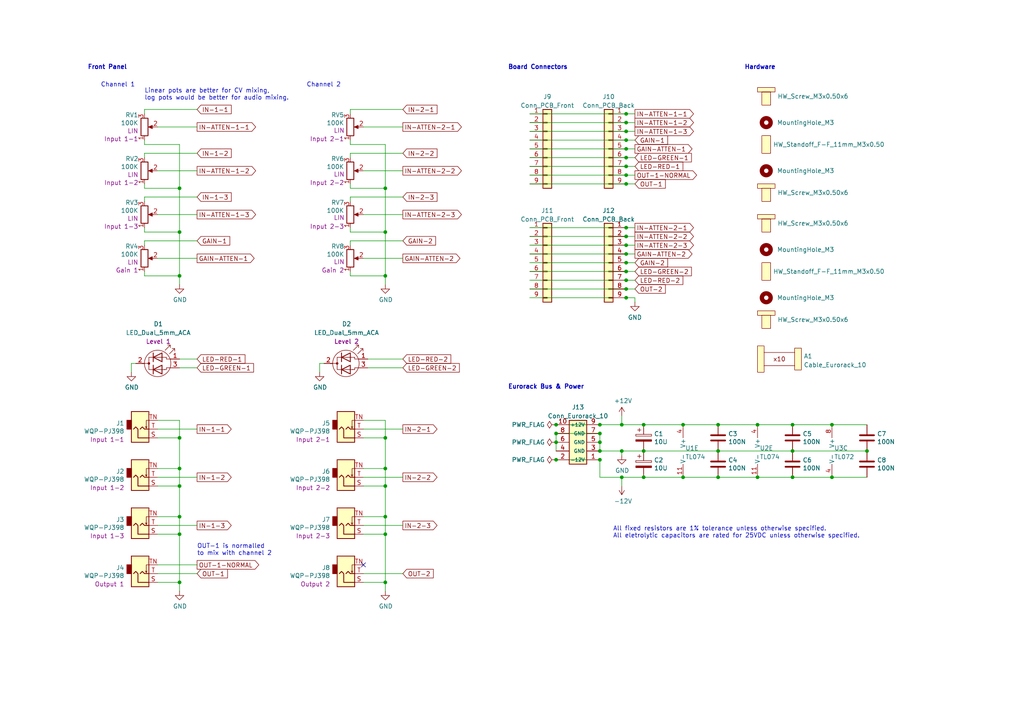
<source format=kicad_sch>
(kicad_sch (version 20211123) (generator eeschema)
  (paper "A4")
  (title_block (title "Eurorack Dual Mixer") (date "2022-07-02") (rev "1.1") (company "Len Popp") (comment 1 "Copyright © 2022 Len Popp CC BY") (comment 2 "Layout designed for 8HP module using Delptronics Module Construction Set") (comment 3 "Eurorack 2-channel 3:1 mixer module - 8HP"))
  (junction (at 111.76 149.86))
  (junction (at 111.76 80.01))
  (junction (at 229.87 130.81))
  (junction (at 181.61 38.1))
  (junction (at 52.07 140.97))
  (junction (at 111.76 67.31))
  (junction (at 186.69 123.19))
  (junction (at 52.07 80.01))
  (junction (at 181.61 78.74))
  (junction (at 52.07 154.94))
  (junction (at 181.61 83.82))
  (junction (at 111.76 54.61))
  (junction (at 52.07 67.31))
  (junction (at 241.3 138.43))
  (junction (at 181.61 45.72))
  (junction (at 161.29 128.27))
  (junction (at 181.61 50.8))
  (junction (at 181.61 71.12))
  (junction (at 181.61 35.56))
  (junction (at 251.46 130.81))
  (junction (at 173.99 128.27))
  (junction (at 173.99 123.19))
  (junction (at 181.61 40.64))
  (junction (at 173.99 125.73))
  (junction (at 52.07 135.89))
  (junction (at 180.34 123.19))
  (junction (at 208.28 123.19))
  (junction (at 161.29 125.73))
  (junction (at 186.69 138.43))
  (junction (at 161.29 133.35))
  (junction (at 180.34 130.81))
  (junction (at 198.12 123.19))
  (junction (at 219.71 138.43))
  (junction (at 52.07 54.61))
  (junction (at 229.87 123.19))
  (junction (at 181.61 43.18))
  (junction (at 52.07 127))
  (junction (at 111.76 154.94))
  (junction (at 229.87 138.43))
  (junction (at 161.29 123.19))
  (junction (at 111.76 127))
  (junction (at 219.71 123.19))
  (junction (at 181.61 86.36))
  (junction (at 111.76 140.97))
  (junction (at 181.61 81.28))
  (junction (at 181.61 76.2))
  (junction (at 52.07 168.91))
  (junction (at 198.12 138.43))
  (junction (at 181.61 53.34))
  (junction (at 173.99 133.35))
  (junction (at 181.61 66.04))
  (junction (at 180.34 138.43))
  (junction (at 208.28 138.43))
  (junction (at 181.61 73.66))
  (junction (at 173.99 130.81))
  (junction (at 186.69 130.81))
  (junction (at 111.76 168.91))
  (junction (at 241.3 123.19))
  (junction (at 181.61 48.26))
  (junction (at 181.61 33.02))
  (junction (at 208.28 130.81))
  (junction (at 181.61 68.58))
  (junction (at 111.76 135.89))
  (junction (at 52.07 149.86))
  (no_connect (at 105.41 163.83))
  (wire (pts (xy 105.41 138.43) (xy 116.84 138.43)))
  (wire (pts (xy 180.34 138.43) (xy 186.69 138.43)))
  (wire (pts (xy 41.91 40.64) (xy 41.91 41.91)))
  (wire (pts (xy 186.69 138.43) (xy 198.12 138.43)))
  (wire (pts (xy 105.41 36.83) (xy 116.84 36.83)))
  (wire (pts (xy 101.6 57.15) (xy 116.84 57.15)))
  (wire (pts (xy 181.61 35.56) (xy 184.15 35.56)))
  (wire (pts (xy 181.61 73.66) (xy 184.15 73.66)))
  (wire (pts (xy 52.07 121.92) (xy 52.07 127)))
  (wire (pts (xy 41.91 57.15) (xy 41.91 58.42)))
  (wire (pts (xy 208.28 130.81) (xy 229.87 130.81)))
  (wire (pts (xy 229.87 138.43) (xy 241.3 138.43)))
  (wire (pts (xy 45.72 154.94) (xy 52.07 154.94)))
  (wire (pts (xy 52.07 80.01) (xy 52.07 82.55)))
  (wire (pts (xy 180.34 130.81) (xy 180.34 132.08)))
  (wire (pts (xy 41.91 53.34) (xy 41.91 54.61)))
  (wire (pts (xy 38.1 105.41) (xy 38.1 107.95)))
  (wire (pts (xy 38.1 105.41) (xy 39.37 105.41)))
  (wire (pts (xy 180.34 130.81) (xy 173.99 130.81)))
  (wire (pts (xy 153.67 43.18) (xy 181.61 43.18)))
  (wire (pts (xy 101.6 44.45) (xy 116.84 44.45)))
  (wire (pts (xy 105.41 149.86) (xy 111.76 149.86)))
  (wire (pts (xy 45.72 163.83) (xy 57.15 163.83)))
  (wire (pts (xy 173.99 130.81) (xy 173.99 128.27)))
  (wire (pts (xy 52.07 140.97) (xy 52.07 149.86)))
  (wire (pts (xy 41.91 31.75) (xy 57.15 31.75)))
  (wire (pts (xy 41.91 69.85) (xy 41.91 71.12)))
  (wire (pts (xy 105.41 74.93) (xy 116.84 74.93)))
  (wire (pts (xy 41.91 41.91) (xy 52.07 41.91)))
  (wire (pts (xy 41.91 69.85) (xy 57.15 69.85)))
  (wire (pts (xy 161.29 128.27) (xy 161.29 125.73)))
  (wire (pts (xy 181.61 38.1) (xy 184.15 38.1)))
  (wire (pts (xy 153.67 53.34) (xy 181.61 53.34)))
  (wire (pts (xy 111.76 80.01) (xy 111.76 82.55)))
  (wire (pts (xy 186.69 130.81) (xy 208.28 130.81)))
  (wire (pts (xy 45.72 74.93) (xy 57.15 74.93)))
  (wire (pts (xy 41.91 80.01) (xy 52.07 80.01)))
  (wire (pts (xy 181.61 66.04) (xy 184.15 66.04)))
  (wire (pts (xy 101.6 80.01) (xy 101.6 78.74)))
  (wire (pts (xy 153.67 76.2) (xy 181.61 76.2)))
  (wire (pts (xy 208.28 123.19) (xy 219.71 123.19)))
  (wire (pts (xy 52.07 135.89) (xy 52.07 140.97)))
  (wire (pts (xy 106.68 106.68) (xy 116.84 106.68)))
  (wire (pts (xy 52.07 54.61) (xy 52.07 67.31)))
  (wire (pts (xy 52.07 67.31) (xy 52.07 80.01)))
  (wire (pts (xy 181.61 50.8) (xy 184.15 50.8)))
  (wire (pts (xy 181.61 81.28) (xy 184.15 81.28)))
  (wire (pts (xy 105.41 154.94) (xy 111.76 154.94)))
  (wire (pts (xy 111.76 135.89) (xy 111.76 140.97)))
  (wire (pts (xy 153.67 48.26) (xy 181.61 48.26)))
  (wire (pts (xy 173.99 133.35) (xy 173.99 138.43)))
  (wire (pts (xy 45.72 36.83) (xy 57.15 36.83)))
  (wire (pts (xy 180.34 123.19) (xy 186.69 123.19)))
  (wire (pts (xy 153.67 81.28) (xy 181.61 81.28)))
  (wire (pts (xy 105.41 49.53) (xy 116.84 49.53)))
  (wire (pts (xy 106.68 104.14) (xy 116.84 104.14)))
  (wire (pts (xy 153.67 50.8) (xy 181.61 50.8)))
  (wire (pts (xy 111.76 121.92) (xy 111.76 127)))
  (wire (pts (xy 41.91 45.72) (xy 41.91 44.45)))
  (wire (pts (xy 173.99 125.73) (xy 173.99 128.27)))
  (wire (pts (xy 41.91 80.01) (xy 41.91 78.74)))
  (wire (pts (xy 153.67 68.58) (xy 181.61 68.58)))
  (wire (pts (xy 153.67 73.66) (xy 181.61 73.66)))
  (wire (pts (xy 45.72 127) (xy 52.07 127)))
  (wire (pts (xy 241.3 138.43) (xy 251.46 138.43)))
  (wire (pts (xy 101.6 58.42) (xy 101.6 57.15)))
  (wire (pts (xy 101.6 54.61) (xy 111.76 54.61)))
  (wire (pts (xy 111.76 67.31) (xy 111.76 80.01)))
  (wire (pts (xy 161.29 133.35) (xy 173.99 133.35)))
  (wire (pts (xy 105.41 127) (xy 111.76 127)))
  (wire (pts (xy 45.72 49.53) (xy 57.15 49.53)))
  (wire (pts (xy 101.6 45.72) (xy 101.6 44.45)))
  (wire (pts (xy 181.61 78.74) (xy 184.15 78.74)))
  (wire (pts (xy 181.61 53.34) (xy 184.15 53.34)))
  (wire (pts (xy 101.6 40.64) (xy 101.6 41.91)))
  (wire (pts (xy 153.67 40.64) (xy 181.61 40.64)))
  (wire (pts (xy 111.76 140.97) (xy 111.76 149.86)))
  (wire (pts (xy 181.61 83.82) (xy 184.15 83.82)))
  (wire (pts (xy 45.72 62.23) (xy 57.15 62.23)))
  (wire (pts (xy 52.07 154.94) (xy 52.07 168.91)))
  (wire (pts (xy 45.72 124.46) (xy 57.15 124.46)))
  (wire (pts (xy 101.6 66.04) (xy 101.6 67.31)))
  (wire (pts (xy 181.61 76.2) (xy 184.15 76.2)))
  (wire (pts (xy 105.41 121.92) (xy 111.76 121.92)))
  (wire (pts (xy 181.61 71.12) (xy 184.15 71.12)))
  (wire (pts (xy 181.61 86.36) (xy 184.15 86.36)))
  (wire (pts (xy 45.72 168.91) (xy 52.07 168.91)))
  (wire (pts (xy 219.71 138.43) (xy 229.87 138.43)))
  (wire (pts (xy 105.41 168.91) (xy 111.76 168.91)))
  (wire (pts (xy 153.67 45.72) (xy 181.61 45.72)))
  (wire (pts (xy 111.76 149.86) (xy 111.76 154.94)))
  (wire (pts (xy 45.72 140.97) (xy 52.07 140.97)))
  (wire (pts (xy 153.67 35.56) (xy 181.61 35.56)))
  (wire (pts (xy 52.07 104.14) (xy 57.15 104.14)))
  (wire (pts (xy 198.12 138.43) (xy 208.28 138.43)))
  (wire (pts (xy 92.71 105.41) (xy 92.71 107.95)))
  (wire (pts (xy 41.91 67.31) (xy 52.07 67.31)))
  (wire (pts (xy 153.67 66.04) (xy 181.61 66.04)))
  (wire (pts (xy 161.29 125.73) (xy 173.99 125.73)))
  (wire (pts (xy 45.72 135.89) (xy 52.07 135.89)))
  (wire (pts (xy 45.72 166.37) (xy 57.15 166.37)))
  (wire (pts (xy 105.41 135.89) (xy 111.76 135.89)))
  (wire (pts (xy 111.76 168.91) (xy 111.76 171.45)))
  (wire (pts (xy 101.6 53.34) (xy 101.6 54.61)))
  (wire (pts (xy 45.72 138.43) (xy 57.15 138.43)))
  (wire (pts (xy 153.67 86.36) (xy 181.61 86.36)))
  (wire (pts (xy 180.34 140.97) (xy 180.34 138.43)))
  (wire (pts (xy 101.6 33.02) (xy 101.6 31.75)))
  (wire (pts (xy 105.41 152.4) (xy 116.84 152.4)))
  (wire (pts (xy 161.29 130.81) (xy 161.29 128.27)))
  (wire (pts (xy 181.61 40.64) (xy 184.15 40.64)))
  (wire (pts (xy 92.71 105.41) (xy 93.98 105.41)))
  (wire (pts (xy 52.07 41.91) (xy 52.07 54.61)))
  (wire (pts (xy 41.91 67.31) (xy 41.91 66.04)))
  (wire (pts (xy 229.87 123.19) (xy 241.3 123.19)))
  (wire (pts (xy 52.07 168.91) (xy 52.07 171.45)))
  (wire (pts (xy 111.76 41.91) (xy 111.76 54.61)))
  (wire (pts (xy 41.91 33.02) (xy 41.91 31.75)))
  (wire (pts (xy 181.61 48.26) (xy 184.15 48.26)))
  (wire (pts (xy 186.69 123.19) (xy 198.12 123.19)))
  (wire (pts (xy 101.6 80.01) (xy 111.76 80.01)))
  (wire (pts (xy 184.15 86.36) (xy 184.15 87.63)))
  (wire (pts (xy 153.67 38.1) (xy 181.61 38.1)))
  (wire (pts (xy 173.99 123.19) (xy 161.29 123.19)))
  (wire (pts (xy 153.67 78.74) (xy 181.61 78.74)))
  (wire (pts (xy 101.6 41.91) (xy 111.76 41.91)))
  (wire (pts (xy 173.99 123.19) (xy 180.34 123.19)))
  (wire (pts (xy 45.72 121.92) (xy 52.07 121.92)))
  (wire (pts (xy 229.87 130.81) (xy 251.46 130.81)))
  (wire (pts (xy 45.72 149.86) (xy 52.07 149.86)))
  (wire (pts (xy 52.07 149.86) (xy 52.07 154.94)))
  (wire (pts (xy 111.76 127) (xy 111.76 135.89)))
  (wire (pts (xy 198.12 123.19) (xy 208.28 123.19)))
  (wire (pts (xy 219.71 123.19) (xy 229.87 123.19)))
  (wire (pts (xy 101.6 31.75) (xy 116.84 31.75)))
  (wire (pts (xy 105.41 140.97) (xy 111.76 140.97)))
  (wire (pts (xy 105.41 62.23) (xy 116.84 62.23)))
  (wire (pts (xy 181.61 68.58) (xy 184.15 68.58)))
  (wire (pts (xy 52.07 106.68) (xy 57.15 106.68)))
  (wire (pts (xy 101.6 67.31) (xy 111.76 67.31)))
  (wire (pts (xy 101.6 71.12) (xy 101.6 69.85)))
  (wire (pts (xy 41.91 54.61) (xy 52.07 54.61)))
  (wire (pts (xy 41.91 44.45) (xy 57.15 44.45)))
  (wire (pts (xy 181.61 33.02) (xy 184.15 33.02)))
  (wire (pts (xy 208.28 138.43) (xy 219.71 138.43)))
  (wire (pts (xy 153.67 83.82) (xy 181.61 83.82)))
  (wire (pts (xy 111.76 154.94) (xy 111.76 168.91)))
  (wire (pts (xy 45.72 152.4) (xy 57.15 152.4)))
  (wire (pts (xy 52.07 127) (xy 52.07 135.89)))
  (wire (pts (xy 241.3 123.19) (xy 251.46 123.19)))
  (wire (pts (xy 105.41 166.37) (xy 116.84 166.37)))
  (wire (pts (xy 180.34 138.43) (xy 173.99 138.43)))
  (wire (pts (xy 111.76 54.61) (xy 111.76 67.31)))
  (wire (pts (xy 105.41 124.46) (xy 116.84 124.46)))
  (wire (pts (xy 181.61 45.72) (xy 184.15 45.72)))
  (wire (pts (xy 181.61 43.18) (xy 184.15 43.18)))
  (wire (pts (xy 101.6 69.85) (xy 116.84 69.85)))
  (wire (pts (xy 41.91 57.15) (xy 57.15 57.15)))
  (wire (pts (xy 180.34 123.19) (xy 180.34 120.65)))
  (wire (pts (xy 153.67 71.12) (xy 181.61 71.12)))
  (wire (pts (xy 180.34 130.81) (xy 186.69 130.81)))
  (wire (pts (xy 153.67 33.02) (xy 181.61 33.02)))
  (text "Hardware" (at 215.9 20.32 0) (effects (font (size 1.27 1.27) (thickness 0.254) bold) (justify left bottom)))
  (text "All fixed resistors are 1% tolerance unless otherwise specified.\nAll eletrolytic capacitors are rated for 25VDC unless otherwise specified." (at 177.8 156.21 0) (effects (font (size 1.27 1.27)) (justify left bottom)))
  (text "Front Panel" (at 25.4 20.32 0) (effects (font (size 1.27 1.27) (thickness 0.254) bold) (justify left bottom)))
  (text "Board Connectors" (at 147.32 20.32 0) (effects (font (size 1.27 1.27) (thickness 0.254) bold) (justify left bottom)))
  (text "Linear pots are better for CV mixing,\nlog pots would be better for audio mixing." (at 41.91 29.21 0) (effects (font (size 1.27 1.27)) (justify left bottom)))
  (text "OUT-1 is normalled \nto mix with channel 2" (at 57.15 161.29 0) (effects (font (size 1.27 1.27)) (justify left bottom)))
  (text "Eurorack Bus & Power" (at 147.32 113.03 0) (effects (font (size 1.27 1.27) (thickness 0.254) bold) (justify left bottom)))
  (text "Channel 1" (at 29.21 25.4 0) (effects (font (size 1.27 1.27)) (justify left bottom)))
  (text "Channel 2" (at 88.9 25.4 0) (effects (font (size 1.27 1.27)) (justify left bottom)))
  (global_label "IN-ATTEN-1-1" (shape output) (at 57.15 36.83 0) (property "Intersheet References" "${INTERSHEET_REFS}" (effects hide)))
  (global_label "GAIN-1" (shape input) (at 57.15 69.85 0) (property "Intersheet References" "${INTERSHEET_REFS}" (effects hide)))
  (global_label "LED-GREEN-1" (shape input) (at 57.15 106.68 0) (property "Intersheet References" "${INTERSHEET_REFS}" (effects hide)))
  (global_label "IN-2-2" (shape output) (at 116.84 138.43 0) (property "Intersheet References" "${INTERSHEET_REFS}" (effects hide)))
  (global_label "IN-ATTEN-1-2" (shape output) (at 57.15 49.53 0) (property "Intersheet References" "${INTERSHEET_REFS}" (effects hide)))
  (global_label "IN-1-3" (shape output) (at 57.15 152.4 0) (property "Intersheet References" "${INTERSHEET_REFS}" (effects hide)))
  (global_label "GAIN-ATTEN-1" (shape output) (at 184.15 43.18 0) (property "Intersheet References" "${INTERSHEET_REFS}" (effects hide)))
  (global_label "OUT-2" (shape input) (at 184.15 83.82 0) (property "Intersheet References" "${INTERSHEET_REFS}" (effects hide)))
  (global_label "IN-ATTEN-1-3" (shape output) (at 57.15 62.23 0) (property "Intersheet References" "${INTERSHEET_REFS}" (effects hide)))
  (global_label "LED-GREEN-2" (shape input) (at 184.15 78.74 0) (property "Intersheet References" "${INTERSHEET_REFS}" (effects hide)))
  (global_label "IN-ATTEN-2-3" (shape output) (at 184.15 71.12 0) (property "Intersheet References" "${INTERSHEET_REFS}" (effects hide)))
  (global_label "IN-ATTEN-2-2" (shape output) (at 116.84 49.53 0) (property "Intersheet References" "${INTERSHEET_REFS}" (effects hide)))
  (global_label "OUT-1" (shape input) (at 184.15 53.34 0) (property "Intersheet References" "${INTERSHEET_REFS}" (effects hide)))
  (global_label "IN-1-1" (shape output) (at 57.15 124.46 0) (property "Intersheet References" "${INTERSHEET_REFS}" (effects hide)))
  (global_label "LED-RED-2" (shape input) (at 184.15 81.28 0) (property "Intersheet References" "${INTERSHEET_REFS}" (effects hide)))
  (global_label "IN-2-2" (shape input) (at 116.84 44.45 0) (property "Intersheet References" "${INTERSHEET_REFS}" (effects hide)))
  (global_label "IN-1-2" (shape input) (at 57.15 44.45 0) (property "Intersheet References" "${INTERSHEET_REFS}" (effects hide)))
  (global_label "GAIN-ATTEN-1" (shape output) (at 57.15 74.93 0) (property "Intersheet References" "${INTERSHEET_REFS}" (effects hide)))
  (global_label "OUT-1-NORMAL" (shape output) (at 57.15 163.83 0) (property "Intersheet References" "${INTERSHEET_REFS}" (effects hide)))
  (global_label "IN-2-1" (shape input) (at 116.84 31.75 0) (property "Intersheet References" "${INTERSHEET_REFS}" (effects hide)))
  (global_label "IN-ATTEN-1-1" (shape output) (at 184.15 33.02 0) (property "Intersheet References" "${INTERSHEET_REFS}" (effects hide)))
  (global_label "IN-2-3" (shape output) (at 116.84 152.4 0) (property "Intersheet References" "${INTERSHEET_REFS}" (effects hide)))
  (global_label "GAIN-2" (shape input) (at 184.15 76.2 0) (property "Intersheet References" "${INTERSHEET_REFS}" (effects hide)))
  (global_label "LED-GREEN-1" (shape input) (at 184.15 45.72 0) (property "Intersheet References" "${INTERSHEET_REFS}" (effects hide)))
  (global_label "IN-1-3" (shape input) (at 57.15 57.15 0) (property "Intersheet References" "${INTERSHEET_REFS}" (effects hide)))
  (global_label "GAIN-2" (shape input) (at 116.84 69.85 0) (property "Intersheet References" "${INTERSHEET_REFS}" (effects hide)))
  (global_label "IN-ATTEN-2-2" (shape output) (at 184.15 68.58 0) (property "Intersheet References" "${INTERSHEET_REFS}" (effects hide)))
  (global_label "IN-2-3" (shape input) (at 116.84 57.15 0) (property "Intersheet References" "${INTERSHEET_REFS}" (effects hide)))
  (global_label "IN-ATTEN-2-1" (shape output) (at 184.15 66.04 0) (property "Intersheet References" "${INTERSHEET_REFS}" (effects hide)))
  (global_label "IN-ATTEN-1-3" (shape output) (at 184.15 38.1 0) (property "Intersheet References" "${INTERSHEET_REFS}" (effects hide)))
  (global_label "OUT-1-NORMAL" (shape output) (at 184.15 50.8 0) (property "Intersheet References" "${INTERSHEET_REFS}" (effects hide)))
  (global_label "IN-1-1" (shape input) (at 57.15 31.75 0) (property "Intersheet References" "${INTERSHEET_REFS}" (effects hide)))
  (global_label "GAIN-ATTEN-2" (shape output) (at 116.84 74.93 0) (property "Intersheet References" "${INTERSHEET_REFS}" (effects hide)))
  (global_label "LED-RED-1" (shape input) (at 184.15 48.26 0) (property "Intersheet References" "${INTERSHEET_REFS}" (effects hide)))
  (global_label "GAIN-ATTEN-2" (shape output) (at 184.15 73.66 0) (property "Intersheet References" "${INTERSHEET_REFS}" (effects hide)))
  (global_label "LED-RED-1" (shape input) (at 57.15 104.14 0) (property "Intersheet References" "${INTERSHEET_REFS}" (effects hide)))
  (global_label "GAIN-1" (shape input) (at 184.15 40.64 0) (property "Intersheet References" "${INTERSHEET_REFS}" (effects hide)))
  (global_label "OUT-2" (shape input) (at 116.84 166.37 0) (property "Intersheet References" "${INTERSHEET_REFS}" (effects hide)))
  (global_label "OUT-1" (shape input) (at 57.15 166.37 0) (property "Intersheet References" "${INTERSHEET_REFS}" (effects hide)))
  (global_label "IN-ATTEN-2-3" (shape output) (at 116.84 62.23 0) (property "Intersheet References" "${INTERSHEET_REFS}" (effects hide)))
  (global_label "IN-ATTEN-2-1" (shape output) (at 116.84 36.83 0) (property "Intersheet References" "${INTERSHEET_REFS}" (effects hide)))
  (global_label "IN-1-2" (shape output) (at 57.15 138.43 0) (property "Intersheet References" "${INTERSHEET_REFS}" (effects hide)))
  (global_label "LED-GREEN-2" (shape input) (at 116.84 106.68 0) (property "Intersheet References" "${INTERSHEET_REFS}" (effects hide)))
  (global_label "IN-ATTEN-1-2" (shape output) (at 184.15 35.56 0) (property "Intersheet References" "${INTERSHEET_REFS}" (effects hide)))
  (global_label "LED-RED-2" (shape input) (at 116.84 104.14 0) (property "Intersheet References" "${INTERSHEET_REFS}" (effects hide)))
  (global_label "IN-2-1" (shape output) (at 116.84 124.46 0) (property "Intersheet References" "${INTERSHEET_REFS}" (effects hide)))
  (symbol (lib_id "Connector_Generic:Conn_01x09") (at 158.75 43.18 0) (unit 1)
    (property "Reference" "J9" (at 158.75 28.0502 0))
    (property "Value" "Conn_PCB_Front" (at 158.75 30.5871 0))
    (property "Footprint" "Connector_PinSocket_2.54mm:PinSocket_1x09_P2.54mm_Vertical" (effects hide))
    (property "Distributor" "Adafruit" (effects hide))
    (property "Distributor2" "Mouser" (effects hide))
    (property "DistributorPartLink" "https://www.adafruit.com/product/598" (effects hide))
    (property "DistributorPartLink2" "https://www.mouser.ca/ProductDetail/Wurth-Elektronik/61303211821?qs=ZtY9WdtwX55M%2FH%2FSrHZ9xA%3D%3D" (effects hide))
    (property "DistributorPartNum" "598" (effects hide))
    (property "DistributorPartNum2" "710-61303211821" (effects hide))
  )
  (symbol (lib_id "Connector_Generic:Conn_01x09") (at 176.53 43.18 0) (mirror y) (unit 1)
    (property "Reference" "J10" (at 176.53 28.0502 0))
    (property "Value" "Conn_PCB_Back" (at 176.53 30.5871 0))
    (property "Footprint" "Connector_PinHeader_2.54mm:PinHeader_1x09_P2.54mm_Vertical" (effects hide))
    (property "Distributor" "Adafruit" (effects hide))
    (property "Distributor2" "Mouser" (effects hide))
    (property "DistributorPartLink" "https://www.adafruit.com/product/392" (effects hide))
    (property "DistributorPartLink2" "https://www.mouser.ca/ProductDetail/649-1012937893601BLF" (effects hide))
    (property "DistributorPartNum" "392" (effects hide))
    (property "DistributorPartNum2" "649-1012937893601BLF" (effects hide))
  )
  (symbol (lib_id "Connector_Generic:Conn_01x09") (at 158.75 76.2 0) (unit 1)
    (property "Reference" "J11" (at 158.75 61.0702 0))
    (property "Value" "Conn_PCB_Front" (at 158.75 63.6071 0))
    (property "Footprint" "Connector_PinSocket_2.54mm:PinSocket_1x09_P2.54mm_Vertical" (effects hide))
    (property "Distributor" "Adafruit" (effects hide))
    (property "Distributor2" "Mouser" (effects hide))
    (property "DistributorPartLink" "https://www.adafruit.com/product/598" (effects hide))
    (property "DistributorPartLink2" "https://www.mouser.ca/ProductDetail/Wurth-Elektronik/61303211821?qs=ZtY9WdtwX55M%2FH%2FSrHZ9xA%3D%3D" (effects hide))
    (property "DistributorPartNum" "598" (effects hide))
    (property "DistributorPartNum2" "710-61303211821" (effects hide))
  )
  (symbol (lib_id "Connector_Generic:Conn_01x09") (at 176.53 76.2 0) (mirror y) (unit 1)
    (property "Reference" "J12" (at 176.53 61.0702 0))
    (property "Value" "Conn_PCB_Back" (at 176.53 63.6071 0))
    (property "Footprint" "Connector_PinHeader_2.54mm:PinHeader_1x09_P2.54mm_Vertical" (effects hide))
    (property "Distributor" "Adafruit" (effects hide))
    (property "Distributor2" "Mouser" (effects hide))
    (property "DistributorPartLink" "https://www.adafruit.com/product/392" (effects hide))
    (property "DistributorPartLink2" "https://www.mouser.ca/ProductDetail/649-1012937893601BLF" (effects hide))
    (property "DistributorPartNum" "392" (effects hide))
    (property "DistributorPartNum2" "649-1012937893601BLF" (effects hide))
  )
  (symbol (lib_id "-lmp-synth:Conn_Eurorack_Pwr_10") (at 166.37 128.27 0) (unit 1)
    (property "Reference" "J13" (at 167.64 118.11 0))
    (property "Value" "Conn_Eurorack_10" (at 167.64 120.65 0))
    (property "Footprint" "-lmp-synth:IDC-Header-Eurorack-10-TH" (effects hide))
    (property "Datasheet" "https://www.mouser.ca/datasheet/2/445/61201021621-1717731.pdf" (effects hide))
    (property "Manufacturer" "Wurth Elektronik" (effects hide))
    (property "ManufacturerPartNum" "61201021621" (effects hide))
    (property "Distributor" "Mouser" (effects hide))
    (property "DistributorPartNum" "710-61201021621" (effects hide))
    (property "DistributorPartLink" "https://www.mouser.ca/ProductDetail/Wurth-Elektronik/61201021621?qs=%2Fha2pyFadugkhyfdWLPRIwz9kroMfF%252BXZWEETFcVSqiQRaqHzEC2RQ%3D%3D" (effects hide))
    (property "Distributor2" "Mouser" (effects hide))
    (property "DistributorPartNum2" "523-G821EU210AAL10Y" (effects hide))
    (property "DistributorPartLink2" "https://www.mouser.ca/ProductDetail/523-G821EU210AAL10Y" (effects hide))
  )
  (symbol (lib_id "-lmp-power:PWR_FLAG") (at 161.29 123.19 90) (unit 1)
    (property "Reference" "#FLG01" (effects hide))
    (property "Value" "PWR_FLAG" (at 158.0642 123.19 90) (effects (justify left)))
  )
  (symbol (lib_id "-lmp-power:PWR_FLAG") (at 161.29 128.27 90) (unit 1)
    (property "Reference" "#FLG02" (effects hide))
    (property "Value" "PWR_FLAG" (at 158.0642 128.27 90) (effects (justify left)))
  )
  (symbol (lib_id "-lmp-power:PWR_FLAG") (at 161.29 133.35 90) (unit 1)
    (property "Reference" "#FLG03" (effects hide))
    (property "Value" "PWR_FLAG" (at 158.0642 133.35 90) (effects (justify left)))
  )
  (symbol (lib_id "-lmp-synth:CP_10U") (at 186.69 127 0) (unit 1)
    (property "Reference" "C1" (at 189.6872 125.8316 0) (effects (justify left)))
    (property "Value" "10U" (at 189.6872 128.143 0) (effects (justify left)))
    (property "Footprint" "-lmp-misc:CP_Radial_D5.0mm_P2.50mm" (effects hide))
    (property "Datasheet" "https://www.mouser.ca/datasheet/2/315/ABA0000C1059-947582.pdf" (effects hide))
    (property "Manufacturer" "Panasonic" (effects hide))
    (property "ManufacturerPartNum" "ECE-A1VKS100I" (effects hide))
    (property "Distributor" "Mouser" (effects hide))
    (property "DistributorPartNum" "667-ECE-A1VKS100I" (effects hide))
    (property "DistributorPartLink" "https://www.mouser.ca/ProductDetail/667-ECE-A1VKS100I" (effects hide))
    (property "Note" "12 V decoupling" (effects hide))
    (property "Distributor2" "Thonk" (effects hide))
    (property "DistributorPartNum2" "Group_Eurorack_DIY_Essential" (effects hide))
    (property "DistributorPartLink2" "https://www.thonk.co.uk/shop/eurorack-diy-essentials/" (effects hide))
  )
  (symbol (lib_id "-lmp-synth:CP_10U") (at 186.69 134.62 0) (unit 1)
    (property "Reference" "C2" (at 189.6872 133.4516 0) (effects (justify left)))
    (property "Value" "10U" (at 189.6872 135.763 0) (effects (justify left)))
    (property "Footprint" "-lmp-misc:CP_Radial_D5.0mm_P2.50mm" (effects hide))
    (property "Datasheet" "https://www.mouser.ca/datasheet/2/315/ABA0000C1059-947582.pdf" (effects hide))
    (property "Manufacturer" "Panasonic" (effects hide))
    (property "ManufacturerPartNum" "ECE-A1VKS100I" (effects hide))
    (property "Distributor" "Mouser" (effects hide))
    (property "DistributorPartNum" "667-ECE-A1VKS100I" (effects hide))
    (property "DistributorPartLink" "https://www.mouser.ca/ProductDetail/667-ECE-A1VKS100I" (effects hide))
    (property "Note" "12 V decoupling" (effects hide))
    (property "Distributor2" "Thonk" (effects hide))
    (property "DistributorPartNum2" "Group_Eurorack_DIY_Essential" (effects hide))
    (property "DistributorPartLink2" "https://www.thonk.co.uk/shop/eurorack-diy-essentials/" (effects hide))
  )
  (symbol (lib_id "-lmp-power:GND") (at 180.34 132.08 0) (unit 1)
    (property "Reference" "#PWR08" (effects hide))
    (property "Value" "GND" (at 180.467 136.4742 0))
  )
  (symbol (lib_id "-lmp-power:+12V") (at 180.34 120.65 0) (unit 1)
    (property "Reference" "#PWR07" (effects hide))
    (property "Value" "+12V" (at 180.721 116.2558 0))
  )
  (symbol (lib_id "-lmp-power:-12V") (at 180.34 140.97 0) (unit 1)
    (property "Reference" "#PWR09" (effects hide))
    (property "Value" "-12V" (at 180.721 145.3642 0))
  )
  (symbol (lib_id "-lmp-synth:R_POT_Panel_PCB_Alpha") (at 41.91 62.23 0) (mirror x) (unit 1)
    (property "Reference" "RV3" (at 40.132 58.7502 0) (effects (justify right)))
    (property "Value" "100K" (at 40.132 61.0616 0) (effects (justify right)))
    (property "Footprint" "-lmp-synth:Potentiometer_Alpha_RD901F-40-00D_Single_Vertical" (effects hide))
    (property "Datasheet" "https://www.mouser.ca/datasheet/2/13/alpha_taiwan_08192019_RD901F-40-15R1-B(resistance_-1627810.pdf" (effects hide))
    (property "Value2" "LIN" (at 40.132 63.373 0) (effects (justify right)))
    (property "Label" "Input 1-3" (at 40.132 65.6844 0) (effects (justify right)))
    (property "Manufacturer" "Alpha" (effects hide))
    (property "ManufacturerPartNum" "RD901F-*" (effects hide))
    (property "Distributor" "Thonk" (effects hide))
    (property "DistributorPartNum" "Group_Pot_Alpha_6.35mm" (effects hide))
    (property "DistributorPartLink" "https://www.thonk.co.uk/shop/alpha-9mm-pots/" (effects hide))
    (property "Distributor2" "Mouser" (effects hide))
    (property "Distributor3" "SynthCube" (effects hide))
    (property "DistributorPartLink2" "https://www.mouser.ca/c/passive-components/potentiometers-trimmers-rheostats/potentiometers/?q=RD901F&orientation=Vertical" (effects hide))
    (property "DistributorPartLink3" "https://synthcube.com/cart/alpha-9mm-potentiometer-right-angle-pcb-mount-6-35mm-round-shaft" (effects hide))
    (property "DistributorPartNum2" "311-1940F-*" (effects hide))
    (property "DistributorPartNum3" "9MMALPHAPOTMSTR" (effects hide))
  )
  (symbol (lib_id "-lmp-synth:Jack_WQP-PJ398") (at 40.64 124.46 0) (mirror x) (unit 1)
    (property "Reference" "J1" (at 36.068 122.7582 0) (effects (justify right)))
    (property "Value" "WQP-PJ398" (at 36.068 125.0696 0) (effects (justify right)))
    (property "Footprint" "-lmp-synth:Jack_3.5mm_QingPu_WQP-PJ398SM_Vertical" (effects hide))
    (property "Datasheet" "http://www.qingpu-electronics.com/en/products/WQP-PJ398SM-362.html" (effects hide))
    (property "Label" "Input 1-1" (at 36.068 127.508 0) (effects (justify right)))
    (property "Manufacturer" "QingPu / Thonk" (effects hide))
    (property "ManufacturerPartNum" "PJ398SM / WQP518MA" (effects hide))
    (property "Distributor" "Thonk" (effects hide))
    (property "DistributorPartNum" "PJ398SM" (effects hide))
    (property "DistributorPartLink" "https://www.thonk.co.uk/shop/thonkiconn/" (effects hide))
    (property "Distributor2" "SynthCube" (effects hide))
    (property "Distributor3" "Adafruit" (effects hide))
    (property "DistributorPartLink2" "https://synthcube.com/cart/3-5mm-euro-jacks" (effects hide))
    (property "DistributorPartLink3" "https://www.adafruit.com/product/4031" (effects hide))
    (property "DistributorPartNum2" "WQP518MA" (effects hide))
    (property "DistributorPartNum3" "4031" (effects hide))
  )
  (symbol (lib_id "-lmp-synth:R_POT_Panel_PCB_Alpha") (at 41.91 36.83 0) (mirror x) (unit 1)
    (property "Reference" "RV1" (at 40.132 33.3502 0) (effects (justify right)))
    (property "Value" "100K" (at 40.132 35.6616 0) (effects (justify right)))
    (property "Footprint" "-lmp-synth:Potentiometer_Alpha_RD901F-40-00D_Single_Vertical" (effects hide))
    (property "Datasheet" "https://www.mouser.ca/datasheet/2/13/alpha_taiwan_08192019_RD901F-40-15R1-B(resistance_-1627810.pdf" (effects hide))
    (property "Value2" "LIN" (at 40.132 37.973 0) (effects (justify right)))
    (property "Label" "Input 1-1" (at 40.132 40.2844 0) (effects (justify right)))
    (property "Manufacturer" "Alpha" (effects hide))
    (property "ManufacturerPartNum" "RD901F-*" (effects hide))
    (property "Distributor" "Thonk" (effects hide))
    (property "DistributorPartNum" "Group_Pot_Alpha_6.35mm" (effects hide))
    (property "DistributorPartLink" "https://www.thonk.co.uk/shop/alpha-9mm-pots/" (effects hide))
    (property "Distributor2" "Mouser" (effects hide))
    (property "Distributor3" "SynthCube" (effects hide))
    (property "DistributorPartLink2" "https://www.mouser.ca/c/passive-components/potentiometers-trimmers-rheostats/potentiometers/?q=RD901F&orientation=Vertical" (effects hide))
    (property "DistributorPartLink3" "https://synthcube.com/cart/alpha-9mm-potentiometer-right-angle-pcb-mount-6-35mm-round-shaft" (effects hide))
    (property "DistributorPartNum2" "311-1940F-*" (effects hide))
    (property "DistributorPartNum3" "9MMALPHAPOTMSTR" (effects hide))
  )
  (symbol (lib_id "-lmp-synth:R_POT_Panel_PCB_Alpha") (at 41.91 49.53 0) (mirror x) (unit 1)
    (property "Reference" "RV2" (at 40.1574 46.0502 0) (effects (justify right)))
    (property "Value" "100K" (at 40.1574 48.3616 0) (effects (justify right)))
    (property "Footprint" "-lmp-synth:Potentiometer_Alpha_RD901F-40-00D_Single_Vertical" (effects hide))
    (property "Datasheet" "https://www.mouser.ca/datasheet/2/13/alpha_taiwan_08192019_RD901F-40-15R1-B(resistance_-1627810.pdf" (effects hide))
    (property "Value2" "LIN" (at 40.1574 50.673 0) (effects (justify right)))
    (property "Label" "Input 1-2" (at 40.1574 52.9844 0) (effects (justify right)))
    (property "Manufacturer" "Alpha" (effects hide))
    (property "ManufacturerPartNum" "RD901F-*" (effects hide))
    (property "Distributor" "Thonk" (effects hide))
    (property "DistributorPartNum" "Group_Pot_Alpha_6.35mm" (effects hide))
    (property "DistributorPartLink" "https://www.thonk.co.uk/shop/alpha-9mm-pots/" (effects hide))
    (property "Distributor2" "Mouser" (effects hide))
    (property "Distributor3" "SynthCube" (effects hide))
    (property "DistributorPartLink2" "https://www.mouser.ca/c/passive-components/potentiometers-trimmers-rheostats/potentiometers/?q=RD901F&orientation=Vertical" (effects hide))
    (property "DistributorPartLink3" "https://synthcube.com/cart/alpha-9mm-potentiometer-right-angle-pcb-mount-6-35mm-round-shaft" (effects hide))
    (property "DistributorPartNum2" "311-1940F-*" (effects hide))
    (property "DistributorPartNum3" "9MMALPHAPOTMSTR" (effects hide))
  )
  (symbol (lib_id "-lmp-synth:Jack_WQP-PJ398") (at 40.64 138.43 0) (mirror x) (unit 1)
    (property "Reference" "J2" (at 36.068 136.7282 0) (effects (justify right)))
    (property "Value" "WQP-PJ398" (at 36.068 139.0396 0) (effects (justify right)))
    (property "Footprint" "-lmp-synth:Jack_3.5mm_QingPu_WQP-PJ398SM_Vertical" (effects hide))
    (property "Datasheet" "http://www.qingpu-electronics.com/en/products/WQP-PJ398SM-362.html" (effects hide))
    (property "Label" "Input 1-2" (at 36.068 141.478 0) (effects (justify right)))
    (property "Manufacturer" "QingPu / Thonk" (effects hide))
    (property "ManufacturerPartNum" "PJ398SM / WQP518MA" (effects hide))
    (property "Distributor" "Thonk" (effects hide))
    (property "DistributorPartNum" "PJ398SM" (effects hide))
    (property "DistributorPartLink" "https://www.thonk.co.uk/shop/thonkiconn/" (effects hide))
    (property "Distributor2" "SynthCube" (effects hide))
    (property "Distributor3" "Adafruit" (effects hide))
    (property "DistributorPartLink2" "https://synthcube.com/cart/3-5mm-euro-jacks" (effects hide))
    (property "DistributorPartLink3" "https://www.adafruit.com/product/4031" (effects hide))
    (property "DistributorPartNum2" "WQP518MA" (effects hide))
    (property "DistributorPartNum3" "4031" (effects hide))
  )
  (symbol (lib_id "-lmp-synth:Jack_WQP-PJ398") (at 100.33 152.4 0) (mirror x) (unit 1)
    (property "Reference" "J7" (at 95.758 150.6982 0) (effects (justify right)))
    (property "Value" "WQP-PJ398" (at 95.758 153.0096 0) (effects (justify right)))
    (property "Footprint" "-lmp-synth:Jack_3.5mm_QingPu_WQP-PJ398SM_Vertical" (effects hide))
    (property "Datasheet" "http://www.qingpu-electronics.com/en/products/WQP-PJ398SM-362.html" (effects hide))
    (property "Label" "Input 2-3" (at 95.758 155.448 0) (effects (justify right)))
    (property "Manufacturer" "QingPu / Thonk" (effects hide))
    (property "ManufacturerPartNum" "PJ398SM / WQP518MA" (effects hide))
    (property "Distributor" "Thonk" (effects hide))
    (property "DistributorPartNum" "PJ398SM" (effects hide))
    (property "DistributorPartLink" "https://www.thonk.co.uk/shop/thonkiconn/" (effects hide))
    (property "Distributor2" "SynthCube" (effects hide))
    (property "Distributor3" "Adafruit" (effects hide))
    (property "DistributorPartLink2" "https://synthcube.com/cart/3-5mm-euro-jacks" (effects hide))
    (property "DistributorPartLink3" "https://www.adafruit.com/product/4031" (effects hide))
    (property "DistributorPartNum2" "WQP518MA" (effects hide))
    (property "DistributorPartNum3" "4031" (effects hide))
  )
  (symbol (lib_id "-lmp-synth:Jack_WQP-PJ398") (at 100.33 166.37 0) (mirror x) (unit 1)
    (property "Reference" "J8" (at 95.758 164.6682 0) (effects (justify right)))
    (property "Value" "WQP-PJ398" (at 95.758 166.9796 0) (effects (justify right)))
    (property "Footprint" "-lmp-synth:Jack_3.5mm_QingPu_WQP-PJ398SM_Vertical" (effects hide))
    (property "Datasheet" "http://www.qingpu-electronics.com/en/products/WQP-PJ398SM-362.html" (effects hide))
    (property "Label" "Output 2" (at 95.758 169.418 0) (effects (justify right)))
    (property "Manufacturer" "QingPu / Thonk" (effects hide))
    (property "ManufacturerPartNum" "PJ398SM / WQP518MA" (effects hide))
    (property "Distributor" "Thonk" (effects hide))
    (property "DistributorPartNum" "PJ398SM" (effects hide))
    (property "DistributorPartLink" "https://www.thonk.co.uk/shop/thonkiconn/" (effects hide))
    (property "Distributor2" "SynthCube" (effects hide))
    (property "Distributor3" "Adafruit" (effects hide))
    (property "DistributorPartLink2" "https://synthcube.com/cart/3-5mm-euro-jacks" (effects hide))
    (property "DistributorPartLink3" "https://www.adafruit.com/product/4031" (effects hide))
    (property "DistributorPartNum2" "WQP518MA" (effects hide))
    (property "DistributorPartNum3" "4031" (effects hide))
  )
  (symbol (lib_id "-lmp-synth:R_POT_Panel_PCB_Alpha") (at 101.6 49.53 0) (mirror x) (unit 1)
    (property "Reference" "RV6" (at 99.822 46.0502 0) (effects (justify right)))
    (property "Value" "100K" (at 99.822 48.3616 0) (effects (justify right)))
    (property "Footprint" "-lmp-synth:Potentiometer_Alpha_RD901F-40-00D_Single_Vertical" (effects hide))
    (property "Datasheet" "https://www.mouser.ca/datasheet/2/13/alpha_taiwan_08192019_RD901F-40-15R1-B(resistance_-1627810.pdf" (effects hide))
    (property "Value2" "LIN" (at 99.949 50.546 0) (effects (justify right)))
    (property "Label" "Input 2-2" (at 99.822 52.9844 0) (effects (justify right)))
    (property "Manufacturer" "Alpha" (effects hide))
    (property "ManufacturerPartNum" "RD901F-*" (effects hide))
    (property "Distributor" "Thonk" (effects hide))
    (property "DistributorPartNum" "Group_Pot_Alpha_6.35mm" (effects hide))
    (property "DistributorPartLink" "https://www.thonk.co.uk/shop/alpha-9mm-pots/" (effects hide))
    (property "Distributor2" "Mouser" (effects hide))
    (property "Distributor3" "SynthCube" (effects hide))
    (property "DistributorPartLink2" "https://www.mouser.ca/c/passive-components/potentiometers-trimmers-rheostats/potentiometers/?q=RD901F&orientation=Vertical" (effects hide))
    (property "DistributorPartLink3" "https://synthcube.com/cart/alpha-9mm-potentiometer-right-angle-pcb-mount-6-35mm-round-shaft" (effects hide))
    (property "DistributorPartNum2" "311-1940F-*" (effects hide))
    (property "DistributorPartNum3" "9MMALPHAPOTMSTR" (effects hide))
  )
  (symbol (lib_id "-lmp-synth:R_POT_Panel_PCB_Alpha") (at 101.6 62.23 0) (mirror x) (unit 1)
    (property "Reference" "RV7" (at 99.822 58.7502 0) (effects (justify right)))
    (property "Value" "100K" (at 99.822 61.0616 0) (effects (justify right)))
    (property "Footprint" "-lmp-synth:Potentiometer_Alpha_RD901F-40-00D_Single_Vertical" (effects hide))
    (property "Datasheet" "https://www.mouser.ca/datasheet/2/13/alpha_taiwan_08192019_RD901F-40-15R1-B(resistance_-1627810.pdf" (effects hide))
    (property "Value2" "LIN" (at 99.949 63.119 0) (effects (justify right)))
    (property "Label" "Input 2-3" (at 99.822 65.6844 0) (effects (justify right)))
    (property "Manufacturer" "Alpha" (effects hide))
    (property "ManufacturerPartNum" "RD901F-*" (effects hide))
    (property "Distributor" "Thonk" (effects hide))
    (property "DistributorPartNum" "Group_Pot_Alpha_6.35mm" (effects hide))
    (property "DistributorPartLink" "https://www.thonk.co.uk/shop/alpha-9mm-pots/" (effects hide))
    (property "Distributor2" "Mouser" (effects hide))
    (property "Distributor3" "SynthCube" (effects hide))
    (property "DistributorPartLink2" "https://www.mouser.ca/c/passive-components/potentiometers-trimmers-rheostats/potentiometers/?q=RD901F&orientation=Vertical" (effects hide))
    (property "DistributorPartLink3" "https://synthcube.com/cart/alpha-9mm-potentiometer-right-angle-pcb-mount-6-35mm-round-shaft" (effects hide))
    (property "DistributorPartNum2" "311-1940F-*" (effects hide))
    (property "DistributorPartNum3" "9MMALPHAPOTMSTR" (effects hide))
  )
  (symbol (lib_id "-lmp-synth:R_POT_Panel_PCB_Alpha") (at 101.6 74.93 0) (mirror x) (unit 1)
    (property "Reference" "RV8" (at 99.8474 71.4502 0) (effects (justify right)))
    (property "Value" "100K" (at 99.8474 73.7616 0) (effects (justify right)))
    (property "Footprint" "-lmp-synth:Potentiometer_Alpha_RD901F-40-00D_Single_Vertical" (effects hide))
    (property "Datasheet" "https://www.mouser.ca/datasheet/2/13/alpha_taiwan_08192019_RD901F-40-15R1-B(resistance_-1627810.pdf" (effects hide))
    (property "Value2" "LIN" (at 99.949 75.946 0) (effects (justify right)))
    (property "Label" "Gain 2" (at 99.8474 78.3844 0) (effects (justify right)))
    (property "Manufacturer" "Alpha" (effects hide))
    (property "ManufacturerPartNum" "RD901F-*" (effects hide))
    (property "Distributor" "Thonk" (effects hide))
    (property "DistributorPartNum" "Group_Pot_Alpha_6.35mm" (effects hide))
    (property "DistributorPartLink" "https://www.thonk.co.uk/shop/alpha-9mm-pots/" (effects hide))
    (property "Distributor2" "Mouser" (effects hide))
    (property "Distributor3" "SynthCube" (effects hide))
    (property "DistributorPartLink2" "https://www.mouser.ca/c/passive-components/potentiometers-trimmers-rheostats/potentiometers/?q=RD901F&orientation=Vertical" (effects hide))
    (property "DistributorPartLink3" "https://synthcube.com/cart/alpha-9mm-potentiometer-right-angle-pcb-mount-6-35mm-round-shaft" (effects hide))
    (property "DistributorPartNum2" "311-1940F-*" (effects hide))
    (property "DistributorPartNum3" "9MMALPHAPOTMSTR" (effects hide))
  )
  (symbol (lib_id "-lmp:CC_100N") (at 208.28 127 0) (unit 1)
    (property "Reference" "C3" (at 211.201 125.8316 0) (effects (justify left)))
    (property "Value" "100N" (at 211.201 128.143 0) (effects (justify left)))
    (property "Footprint" "-lmp-misc:C_Disc_D5.0mm_W2.5mm_P2.50mm" (effects hide))
    (property "Datasheet" "https://product.tdk.com/system/files/dam/doc/product/capacitor/ceramic/lead-mlcc/catalog/leadmlcc_halogenfree_fg_en.pdf" (effects hide))
    (property "Manufacturer" "TDK" (effects hide))
    (property "ManufacturerPartNum" "FG18X7R1H104KNT06" (effects hide))
    (property "Distributor" "Mouser" (effects hide))
    (property "DistributorPartNum" "810-FG18X7R1H104KNT6" (effects hide))
    (property "DistributorPartLink" "https://www.mouser.ca/ProductDetail/810-FG18X7R1H104KNT6" (effects hide))
    (property "Note" "IC decoupling" (effects hide))
  )
  (symbol (lib_id "-lmp:CC_100N") (at 208.28 134.62 0) (unit 1)
    (property "Reference" "C4" (at 211.201 133.4516 0) (effects (justify left)))
    (property "Value" "100N" (at 211.201 135.763 0) (effects (justify left)))
    (property "Footprint" "-lmp-misc:C_Disc_D5.0mm_W2.5mm_P2.50mm" (effects hide))
    (property "Datasheet" "https://product.tdk.com/system/files/dam/doc/product/capacitor/ceramic/lead-mlcc/catalog/leadmlcc_halogenfree_fg_en.pdf" (effects hide))
    (property "Manufacturer" "TDK" (effects hide))
    (property "ManufacturerPartNum" "FG18X7R1H104KNT06" (effects hide))
    (property "Distributor" "Mouser" (effects hide))
    (property "DistributorPartNum" "810-FG18X7R1H104KNT6" (effects hide))
    (property "DistributorPartLink" "https://www.mouser.ca/ProductDetail/810-FG18X7R1H104KNT6" (effects hide))
    (property "Note" "IC decoupling" (effects hide))
  )
  (symbol (lib_id "-lmp-synth:R_POT_Panel_PCB_Alpha") (at 41.91 74.93 0) (mirror x) (unit 1)
    (property "Reference" "RV4" (at 40.132 71.4502 0) (effects (justify right)))
    (property "Value" "100K" (at 40.132 73.7616 0) (effects (justify right)))
    (property "Footprint" "-lmp-synth:Potentiometer_Alpha_RD901F-40-00D_Single_Vertical" (effects hide))
    (property "Datasheet" "https://www.mouser.ca/datasheet/2/13/alpha_taiwan_08192019_RD901F-40-15R1-B(resistance_-1627810.pdf" (effects hide))
    (property "Value2" "LIN" (at 40.132 76.073 0) (effects (justify right)))
    (property "Label" "Gain 1" (at 40.132 78.3844 0) (effects (justify right)))
    (property "Manufacturer" "Alpha" (effects hide))
    (property "ManufacturerPartNum" "RD901F-*" (effects hide))
    (property "Distributor" "Thonk" (effects hide))
    (property "DistributorPartNum" "Group_Pot_Alpha_6.35mm" (effects hide))
    (property "DistributorPartLink" "https://www.thonk.co.uk/shop/alpha-9mm-pots/" (effects hide))
    (property "Distributor2" "Mouser" (effects hide))
    (property "Distributor3" "SynthCube" (effects hide))
    (property "DistributorPartLink2" "https://www.mouser.ca/c/passive-components/potentiometers-trimmers-rheostats/potentiometers/?q=RD901F&orientation=Vertical" (effects hide))
    (property "DistributorPartLink3" "https://synthcube.com/cart/alpha-9mm-potentiometer-right-angle-pcb-mount-6-35mm-round-shaft" (effects hide))
    (property "DistributorPartNum2" "311-1940F-*" (effects hide))
    (property "DistributorPartNum3" "9MMALPHAPOTMSTR" (effects hide))
  )
  (symbol (lib_id "-lmp-synth:R_POT_Panel_PCB_Alpha") (at 101.6 36.83 0) (mirror x) (unit 1)
    (property "Reference" "RV5" (at 99.822 33.3502 0) (effects (justify right)))
    (property "Value" "100K" (at 99.822 35.6616 0) (effects (justify right)))
    (property "Footprint" "-lmp-synth:Potentiometer_Alpha_RD901F-40-00D_Single_Vertical" (effects hide))
    (property "Datasheet" "https://www.mouser.ca/datasheet/2/13/alpha_taiwan_08192019_RD901F-40-15R1-B(resistance_-1627810.pdf" (effects hide))
    (property "Value2" "LIN" (at 99.949 37.846 0) (effects (justify right)))
    (property "Label" "Input 2-1" (at 99.822 40.2844 0) (effects (justify right)))
    (property "Manufacturer" "Alpha" (effects hide))
    (property "ManufacturerPartNum" "RD901F-*" (effects hide))
    (property "Distributor" "Thonk" (effects hide))
    (property "DistributorPartNum" "Group_Pot_Alpha_6.35mm" (effects hide))
    (property "DistributorPartLink" "https://www.thonk.co.uk/shop/alpha-9mm-pots/" (effects hide))
    (property "Distributor2" "Mouser" (effects hide))
    (property "Distributor3" "SynthCube" (effects hide))
    (property "DistributorPartLink2" "https://www.mouser.ca/c/passive-components/potentiometers-trimmers-rheostats/potentiometers/?q=RD901F&orientation=Vertical" (effects hide))
    (property "DistributorPartLink3" "https://synthcube.com/cart/alpha-9mm-potentiometer-right-angle-pcb-mount-6-35mm-round-shaft" (effects hide))
    (property "DistributorPartNum2" "311-1940F-*" (effects hide))
    (property "DistributorPartNum3" "9MMALPHAPOTMSTR" (effects hide))
  )
  (symbol (lib_id "-lmp-holes:MountingHole_PCB_M3") (at 222.25 35.56 0) (unit 1) (in_bom no)
    (property "Reference" "H2" (effects hide))
    (property "Value" "MountingHole_M3" (at 233.68 35.56 0))
    (property "Footprint" "-lmp-holes:MountingHole_PCB_3.2mm_M3" (effects hide))
  )
  (symbol (lib_id "-lmp-holes:MountingHole_PCB_M3") (at 222.25 72.39 0) (unit 1) (in_bom no)
    (property "Reference" "H7" (effects hide))
    (property "Value" "MountingHole_M3" (at 233.68 72.39 0))
    (property "Footprint" "-lmp-holes:MountingHole_PCB_3.2mm_M3" (effects hide))
  )
  (symbol (lib_id "-lmp-holes:MountingHole_PCB_M3") (at 222.25 86.36 0) (unit 1) (in_bom no)
    (property "Reference" "H9" (effects hide))
    (property "Value" "MountingHole_M3" (at 233.68 86.36 0))
    (property "Footprint" "-lmp-holes:MountingHole_PCB_3.2mm_M3" (effects hide))
  )
  (symbol (lib_id "-lmp-holes:MountingHole_PCB_M3") (at 222.25 49.53 0) (unit 1) (in_bom no)
    (property "Reference" "H4" (effects hide))
    (property "Value" "MountingHole_M3" (at 233.68 49.53 0))
    (property "Footprint" "-lmp-holes:MountingHole_PCB_3.2mm_M3" (effects hide))
  )
  (symbol (lib_id "-lmp-power:GND") (at 184.15 87.63 0) (unit 1)
    (property "Reference" "#PWR010" (effects hide))
    (property "Value" "GND" (at 184.15 92.0734 0))
  )
  (symbol (lib_id "-lmp-synth:Jack_WQP-PJ398") (at 100.33 124.46 0) (mirror x) (unit 1)
    (property "Reference" "J5" (at 95.758 122.7582 0) (effects (justify right)))
    (property "Value" "WQP-PJ398" (at 95.758 125.0696 0) (effects (justify right)))
    (property "Footprint" "-lmp-synth:Jack_3.5mm_QingPu_WQP-PJ398SM_Vertical" (effects hide))
    (property "Datasheet" "http://www.qingpu-electronics.com/en/products/WQP-PJ398SM-362.html" (effects hide))
    (property "Label" "Input 2-1" (at 95.758 127.508 0) (effects (justify right)))
    (property "Manufacturer" "QingPu / Thonk" (effects hide))
    (property "ManufacturerPartNum" "PJ398SM / WQP518MA" (effects hide))
    (property "Distributor" "Thonk" (effects hide))
    (property "DistributorPartNum" "PJ398SM" (effects hide))
    (property "DistributorPartLink" "https://www.thonk.co.uk/shop/thonkiconn/" (effects hide))
    (property "Distributor2" "SynthCube" (effects hide))
    (property "Distributor3" "Adafruit" (effects hide))
    (property "DistributorPartLink2" "https://synthcube.com/cart/3-5mm-euro-jacks" (effects hide))
    (property "DistributorPartLink3" "https://www.adafruit.com/product/4031" (effects hide))
    (property "DistributorPartNum2" "WQP518MA" (effects hide))
    (property "DistributorPartNum3" "4031" (effects hide))
  )
  (symbol (lib_id "-lmp-synth:Jack_WQP-PJ398") (at 100.33 138.43 0) (mirror x) (unit 1)
    (property "Reference" "J6" (at 95.758 136.7282 0) (effects (justify right)))
    (property "Value" "WQP-PJ398" (at 95.758 139.0396 0) (effects (justify right)))
    (property "Footprint" "-lmp-synth:Jack_3.5mm_QingPu_WQP-PJ398SM_Vertical" (effects hide))
    (property "Datasheet" "http://www.qingpu-electronics.com/en/products/WQP-PJ398SM-362.html" (effects hide))
    (property "Label" "Input 2-2" (at 95.758 141.478 0) (effects (justify right)))
    (property "Manufacturer" "QingPu / Thonk" (effects hide))
    (property "ManufacturerPartNum" "PJ398SM / WQP518MA" (effects hide))
    (property "Distributor" "Thonk" (effects hide))
    (property "DistributorPartNum" "PJ398SM" (effects hide))
    (property "DistributorPartLink" "https://www.thonk.co.uk/shop/thonkiconn/" (effects hide))
    (property "Distributor2" "SynthCube" (effects hide))
    (property "Distributor3" "Adafruit" (effects hide))
    (property "DistributorPartLink2" "https://synthcube.com/cart/3-5mm-euro-jacks" (effects hide))
    (property "DistributorPartLink3" "https://www.adafruit.com/product/4031" (effects hide))
    (property "DistributorPartNum2" "WQP518MA" (effects hide))
    (property "DistributorPartNum3" "4031" (effects hide))
  )
  (symbol (lib_id "-lmp-synth:HW_Standoff_F-F_11mm_M3x0.50") (at 222.25 41.91 0) (unit 1) (on_board no)
    (property "Reference" "H3" (effects hide))
    (property "Value" "HW_Standoff_F-F_11mm_M3x0.50" (at 224.2312 41.91 0) (effects (justify left)))
    (property "Datasheet" "https://www.thonk.co.uk/wp-content/uploads/2018/05/standoff-datasheet.pdf" (effects hide))
    (property "Distributor" "Thonk" (effects hide))
    (property "DistributorPartNum" "Mech_11mm_Standoff_(x10)" (effects hide))
    (property "DistributorPartLink" "https://www.thonk.co.uk/shop/standoffs/" (effects hide))
    (property "Manufacturer" "Ettinger" (effects hide))
    (property "ManufacturerPartNum" "05.03.111" (effects hide))
    (property "Distributor2" "Mouser" (effects hide))
    (property "DistributorPartNum2" "710-970110321" (effects hide))
    (property "DistributorPartLink2" "https://www.mouser.ca/ProductDetail/Wurth-Elektronik/970110321?qs=wr8lucFkNMUs0IWSCWTB3w%3D%3D" (effects hide))
  )
  (symbol (lib_id "-lmp-synth:Jack_WQP-PJ398") (at 40.64 152.4 0) (mirror x) (unit 1)
    (property "Reference" "J3" (at 36.068 150.6982 0) (effects (justify right)))
    (property "Value" "WQP-PJ398" (at 36.068 153.0096 0) (effects (justify right)))
    (property "Footprint" "-lmp-synth:Jack_3.5mm_QingPu_WQP-PJ398SM_Vertical" (effects hide))
    (property "Datasheet" "http://www.qingpu-electronics.com/en/products/WQP-PJ398SM-362.html" (effects hide))
    (property "Label" "Input 1-3" (at 36.068 155.448 0) (effects (justify right)))
    (property "Manufacturer" "QingPu / Thonk" (effects hide))
    (property "ManufacturerPartNum" "PJ398SM / WQP518MA" (effects hide))
    (property "Distributor" "Thonk" (effects hide))
    (property "DistributorPartNum" "PJ398SM" (effects hide))
    (property "DistributorPartLink" "https://www.thonk.co.uk/shop/thonkiconn/" (effects hide))
    (property "Distributor2" "SynthCube" (effects hide))
    (property "Distributor3" "Adafruit" (effects hide))
    (property "DistributorPartLink2" "https://synthcube.com/cart/3-5mm-euro-jacks" (effects hide))
    (property "DistributorPartLink3" "https://www.adafruit.com/product/4031" (effects hide))
    (property "DistributorPartNum2" "WQP518MA" (effects hide))
    (property "DistributorPartNum3" "4031" (effects hide))
  )
  (symbol (lib_id "-lmp-synth:Jack_WQP-PJ398") (at 40.64 166.37 0) (mirror x) (unit 1)
    (property "Reference" "J4" (at 36.068 164.6682 0) (effects (justify right)))
    (property "Value" "WQP-PJ398" (at 36.068 166.9796 0) (effects (justify right)))
    (property "Footprint" "-lmp-synth:Jack_3.5mm_QingPu_WQP-PJ398SM_Vertical" (effects hide))
    (property "Datasheet" "http://www.qingpu-electronics.com/en/products/WQP-PJ398SM-362.html" (effects hide))
    (property "Label" "Output 1" (at 36.068 169.418 0) (effects (justify right)))
    (property "Manufacturer" "QingPu / Thonk" (effects hide))
    (property "ManufacturerPartNum" "PJ398SM / WQP518MA" (effects hide))
    (property "Distributor" "Thonk" (effects hide))
    (property "DistributorPartNum" "PJ398SM" (effects hide))
    (property "DistributorPartLink" "https://www.thonk.co.uk/shop/thonkiconn/" (effects hide))
    (property "Distributor2" "SynthCube" (effects hide))
    (property "Distributor3" "Adafruit" (effects hide))
    (property "DistributorPartLink2" "https://synthcube.com/cart/3-5mm-euro-jacks" (effects hide))
    (property "DistributorPartLink3" "https://www.adafruit.com/product/4031" (effects hide))
    (property "DistributorPartNum2" "WQP518MA" (effects hide))
    (property "DistributorPartNum3" "4031" (effects hide))
  )
  (symbol (lib_id "-lmp-synth:HW_Screw_M3x0.50x6") (at 222.25 27.94 0) (unit 1) (on_board no)
    (property "Reference" "H1" (effects hide))
    (property "Value" "HW_Screw_M3x0.50x6" (at 225.5012 27.94 0) (effects (justify left)))
  )
  (symbol (lib_id "-lmp-synth:HW_Screw_M3x0.50x6") (at 222.25 64.77 0) (unit 1) (on_board no)
    (property "Reference" "H6" (effects hide))
    (property "Value" "HW_Screw_M3x0.50x6" (at 225.5012 64.77 0) (effects (justify left)))
  )
  (symbol (lib_id "-lmp-synth:HW_Screw_M3x0.50x6") (at 222.25 92.71 0) (unit 1) (on_board no)
    (property "Reference" "H10" (effects hide))
    (property "Value" "HW_Screw_M3x0.50x6" (at 225.5012 92.71 0) (effects (justify left)))
  )
  (symbol (lib_id "-lmp-synth:HW_Screw_M3x0.50x6") (at 222.25 55.88 0) (unit 1) (on_board no)
    (property "Reference" "H5" (effects hide))
    (property "Value" "HW_Screw_M3x0.50x6" (at 225.5012 55.88 0) (effects (justify left)))
  )
  (symbol (lib_id "-lmp-power:GND") (at 52.07 171.45 0) (unit 1)
    (property "Reference" "#PWR03" (effects hide))
    (property "Value" "GND" (at 52.197 175.8442 0))
  )
  (symbol (lib_id "-lmp-power:GND") (at 111.76 171.45 0) (unit 1)
    (property "Reference" "#PWR06" (effects hide))
    (property "Value" "GND" (at 111.887 175.8442 0))
  )
  (symbol (lib_id "-lmp-power:GND") (at 92.71 107.95 0) (unit 1)
    (property "Reference" "#PWR04" (effects hide))
    (property "Value" "GND" (at 92.837 112.3442 0))
  )
  (symbol (lib_id "-lmp-opamp:TL074") (at 200.66 130.81 0) (unit 5)
    (property "Reference" "U1" (at 198.755 129.9753 0) (effects (justify left)))
    (property "Value" "TL074" (at 198.755 132.5122 0) (effects (justify left)))
    (property "Footprint" "Package_DIP:DIP-14_W7.62mm" (effects hide))
    (property "Datasheet" "http://www.ti.com/lit/ds/symlink/tl071.pdf" (effects hide))
    (property "Manufacturer" "Texas Instruments" (effects hide))
    (property "ManufacturerPartNum" "TL074BCN" (effects hide))
    (property "Distributor" "Mouser" (effects hide))
    (property "DistributorPartNum" "595-TL074BCN" (effects hide))
    (property "DistributorPartLink" "https://www.mouser.ca/ProductDetail/?qs=vxEfx8VrU7BHurOY5iQdiA%3D%3D" (effects hide))
  )
  (symbol (lib_id "-lmp-power:GND") (at 38.1 107.95 0) (unit 1)
    (property "Reference" "#PWR01" (effects hide))
    (property "Value" "GND" (at 38.227 112.3442 0))
  )
  (symbol (lib_id "-lmp-synth:HW_Standoff_F-F_11mm_M3x0.50") (at 222.25 78.74 0) (unit 1) (on_board no)
    (property "Reference" "H8" (effects hide))
    (property "Value" "HW_Standoff_F-F_11mm_M3x0.50" (at 224.2312 78.74 0) (effects (justify left)))
    (property "Datasheet" "https://www.thonk.co.uk/wp-content/uploads/2018/05/standoff-datasheet.pdf" (effects hide))
    (property "Distributor" "Thonk" (effects hide))
    (property "DistributorPartNum" "Mech_11mm_Standoff_(x10)" (effects hide))
    (property "DistributorPartLink" "https://www.thonk.co.uk/shop/standoffs/" (effects hide))
    (property "Manufacturer" "Ettinger" (effects hide))
    (property "ManufacturerPartNum" "05.03.111" (effects hide))
    (property "Distributor2" "Mouser" (effects hide))
    (property "DistributorPartNum2" "710-970110321" (effects hide))
    (property "DistributorPartLink2" "https://www.mouser.ca/ProductDetail/Wurth-Elektronik/970110321?qs=wr8lucFkNMUs0IWSCWTB3w%3D%3D" (effects hide))
  )
  (symbol (lib_id "-lmp-synth:LED_Dual_5mm_Red_Green_ACA") (at 100.33 105.41 0) (unit 1)
    (property "Reference" "D2" (at 100.5205 93.9664 0))
    (property "Value" "LED_Dual_5mm_ACA" (at 100.5205 96.5033 0))
    (property "Footprint" "LED_THT:LED_D5.0mm-3" (effects hide))
    (property "Datasheet" "https://www.mouser.ca/datasheet/2/216/WP59SURKCGKW-78112.pdf" (effects hide))
    (property "Label" "Level 2" (at 100.5205 99.0402 0))
    (property "Manufacturer" "Kingbright" (effects hide))
    (property "ManufacturerPartNum" "WP59SURKCGKW" (effects hide))
    (property "Distributor" "Mouser" (effects hide))
    (property "DistributorPartNum" "604-WP59SURKCGKW" (effects hide))
    (property "DistributorPartLink" "https://www.mouser.ca/ProductDetail/Kingbright/WP59SURKCGKW?qs=sGAEpiMZZMvHYEB9WUp7EhaldIk4dKK1HOS5sGoXrpo%3D" (effects hide))
  )
  (symbol (lib_id "-lmp:CC_100N") (at 251.46 127 0) (unit 1)
    (property "Reference" "C7" (at 254.381 125.8316 0) (effects (justify left)))
    (property "Value" "100N" (at 254.381 128.143 0) (effects (justify left)))
    (property "Footprint" "-lmp-misc:C_Disc_D5.0mm_W2.5mm_P2.50mm" (effects hide))
    (property "Datasheet" "https://product.tdk.com/system/files/dam/doc/product/capacitor/ceramic/lead-mlcc/catalog/leadmlcc_halogenfree_fg_en.pdf" (effects hide))
    (property "Manufacturer" "TDK" (effects hide))
    (property "ManufacturerPartNum" "FG18X7R1H104KNT06" (effects hide))
    (property "Distributor" "Mouser" (effects hide))
    (property "DistributorPartNum" "810-FG18X7R1H104KNT6" (effects hide))
    (property "DistributorPartLink" "https://www.mouser.ca/ProductDetail/810-FG18X7R1H104KNT6" (effects hide))
    (property "Note" "IC decoupling" (effects hide))
  )
  (symbol (lib_id "-lmp-synth:Cable_Eurorack_10") (at 226.06 104.14 0) (unit 1) (on_board no)
    (property "Reference" "A1" (at 233.1212 103.3053 0) (effects (justify left)))
    (property "Value" "Cable_Eurorack_10" (at 233.1212 105.8422 0) (effects (justify left)))
    (property "Footprint" "-lmp-misc:NoFootprint" (effects hide))
    (property "Note" "Length as required" (effects hide))
    (property "Distributor" "Thonk" (effects hide))
    (property "DistributorPartLink" "https://www.thonk.co.uk/shop/eurorack-power-cables/" (effects hide))
    (property "Distributor2" "SynthCube" (effects hide))
    (property "DistributorPartLink2" "https://synthcube.com/cart/eurorack-ribbon-power-cables" (effects hide))
    (property "Distributor3" "Modular Addict" (effects hide))
    (property "DistributorPartLink3" "https://modularaddict.com/parts/eurorack-power-cables-1" (effects hide))
  )
  (symbol (lib_id "-lmp:CC_100N") (at 251.46 134.62 0) (unit 1)
    (property "Reference" "C8" (at 254.381 133.4516 0) (effects (justify left)))
    (property "Value" "100N" (at 254.381 135.763 0) (effects (justify left)))
    (property "Footprint" "-lmp-misc:C_Disc_D5.0mm_W2.5mm_P2.50mm" (effects hide))
    (property "Datasheet" "https://product.tdk.com/system/files/dam/doc/product/capacitor/ceramic/lead-mlcc/catalog/leadmlcc_halogenfree_fg_en.pdf" (effects hide))
    (property "Manufacturer" "TDK" (effects hide))
    (property "ManufacturerPartNum" "FG18X7R1H104KNT06" (effects hide))
    (property "Distributor" "Mouser" (effects hide))
    (property "DistributorPartNum" "810-FG18X7R1H104KNT6" (effects hide))
    (property "DistributorPartLink" "https://www.mouser.ca/ProductDetail/810-FG18X7R1H104KNT6" (effects hide))
    (property "Note" "IC decoupling" (effects hide))
  )
  (symbol (lib_id "-lmp-power:GND") (at 111.76 82.55 0) (unit 1)
    (property "Reference" "#PWR05" (effects hide))
    (property "Value" "GND" (at 111.887 86.9442 0))
  )
  (symbol (lib_id "-lmp-synth:LED_Dual_5mm_Red_Green_ACA") (at 45.72 105.41 0) (unit 1)
    (property "Reference" "D1" (at 45.9105 93.9664 0))
    (property "Value" "LED_Dual_5mm_ACA" (at 45.9105 96.5033 0))
    (property "Footprint" "LED_THT:LED_D5.0mm-3" (effects hide))
    (property "Datasheet" "https://www.mouser.ca/datasheet/2/216/WP59SURKCGKW-78112.pdf" (effects hide))
    (property "Label" "Level 1" (at 45.9105 99.0402 0))
    (property "Manufacturer" "Kingbright" (effects hide))
    (property "ManufacturerPartNum" "WP59SURKCGKW" (effects hide))
    (property "Distributor" "Mouser" (effects hide))
    (property "DistributorPartNum" "604-WP59SURKCGKW" (effects hide))
    (property "DistributorPartLink" "https://www.mouser.ca/ProductDetail/Kingbright/WP59SURKCGKW?qs=sGAEpiMZZMvHYEB9WUp7EhaldIk4dKK1HOS5sGoXrpo%3D" (effects hide))
  )
  (symbol (lib_id "-lmp-opamp:TL074") (at 222.25 130.81 0) (unit 5)
    (property "Reference" "U2" (at 220.345 129.9753 0) (effects (justify left)))
    (property "Value" "TL074" (at 220.345 132.5122 0) (effects (justify left)))
    (property "Footprint" "Package_DIP:DIP-14_W7.62mm" (effects hide))
    (property "Datasheet" "http://www.ti.com/lit/ds/symlink/tl071.pdf" (effects hide))
    (property "Manufacturer" "Texas Instruments" (effects hide))
    (property "ManufacturerPartNum" "TL074BCN" (effects hide))
    (property "Distributor" "Mouser" (effects hide))
    (property "DistributorPartNum" "595-TL074BCN" (effects hide))
    (property "DistributorPartLink" "https://www.mouser.ca/ProductDetail/?qs=vxEfx8VrU7BHurOY5iQdiA%3D%3D" (effects hide))
  )
  (symbol (lib_id "-lmp:CC_100N") (at 229.87 134.62 0) (unit 1)
    (property "Reference" "C6" (at 232.791 133.4516 0) (effects (justify left)))
    (property "Value" "100N" (at 232.791 135.763 0) (effects (justify left)))
    (property "Footprint" "-lmp-misc:C_Disc_D5.0mm_W2.5mm_P2.50mm" (effects hide))
    (property "Datasheet" "https://product.tdk.com/system/files/dam/doc/product/capacitor/ceramic/lead-mlcc/catalog/leadmlcc_halogenfree_fg_en.pdf" (effects hide))
    (property "Manufacturer" "TDK" (effects hide))
    (property "ManufacturerPartNum" "FG18X7R1H104KNT06" (effects hide))
    (property "Distributor" "Mouser" (effects hide))
    (property "DistributorPartNum" "810-FG18X7R1H104KNT6" (effects hide))
    (property "DistributorPartLink" "https://www.mouser.ca/ProductDetail/810-FG18X7R1H104KNT6" (effects hide))
    (property "Note" "IC decoupling" (effects hide))
  )
  (symbol (lib_id "-lmp:CC_100N") (at 229.87 127 0) (unit 1)
    (property "Reference" "C5" (at 232.791 125.8316 0) (effects (justify left)))
    (property "Value" "100N" (at 232.791 128.143 0) (effects (justify left)))
    (property "Footprint" "-lmp-misc:C_Disc_D5.0mm_W2.5mm_P2.50mm" (effects hide))
    (property "Datasheet" "https://product.tdk.com/system/files/dam/doc/product/capacitor/ceramic/lead-mlcc/catalog/leadmlcc_halogenfree_fg_en.pdf" (effects hide))
    (property "Manufacturer" "TDK" (effects hide))
    (property "ManufacturerPartNum" "FG18X7R1H104KNT06" (effects hide))
    (property "Distributor" "Mouser" (effects hide))
    (property "DistributorPartNum" "810-FG18X7R1H104KNT6" (effects hide))
    (property "DistributorPartLink" "https://www.mouser.ca/ProductDetail/810-FG18X7R1H104KNT6" (effects hide))
    (property "Note" "IC decoupling" (effects hide))
  )
  (symbol (lib_id "-lmp-power:GND") (at 52.07 82.55 0) (unit 1)
    (property "Reference" "#PWR02" (effects hide))
    (property "Value" "GND" (at 52.197 86.9442 0))
  )
  (symbol (lib_id "-lmp-opamp:TL072") (at 243.84 130.81 0) (unit 3)
    (property "Reference" "U3" (at 241.935 129.9753 0) (effects (justify left)))
    (property "Value" "TL072" (at 241.935 132.5122 0) (effects (justify left)))
    (property "Footprint" "Package_DIP:DIP-8_W7.62mm" (effects hide))
    (property "Datasheet" "https://www.ti.com/lit/ds/symlink/tl072b.pdf?ts=1628812694194" (effects hide))
    (property "Manufacturer" "Texas Instruments" (effects hide))
    (property "ManufacturerPartNum" "TL072BCP" (effects hide))
    (property "Distributor" "Mouser" (effects hide))
    (property "DistributorPartNum" "595-TL072BCP" (effects hide))
    (property "DistributorPartLink" "https://www.mouser.ca/ProductDetail/Texas-Instruments/TL072BCP?qs=p6YqzpSxLIxmo8AyZLsP4g%3D%3D" (effects hide))
  )
)
</source>
